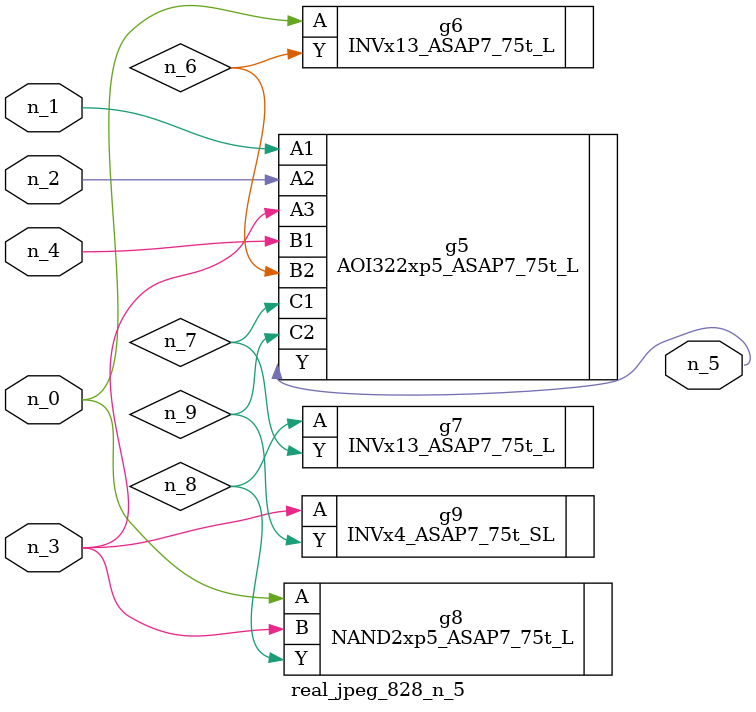
<source format=v>
module real_jpeg_828_n_5 (n_4, n_0, n_1, n_2, n_3, n_5);

input n_4;
input n_0;
input n_1;
input n_2;
input n_3;

output n_5;

wire n_8;
wire n_6;
wire n_7;
wire n_9;

INVx13_ASAP7_75t_L g6 ( 
.A(n_0),
.Y(n_6)
);

NAND2xp5_ASAP7_75t_L g8 ( 
.A(n_0),
.B(n_3),
.Y(n_8)
);

AOI322xp5_ASAP7_75t_L g5 ( 
.A1(n_1),
.A2(n_2),
.A3(n_3),
.B1(n_4),
.B2(n_6),
.C1(n_7),
.C2(n_9),
.Y(n_5)
);

INVx4_ASAP7_75t_SL g9 ( 
.A(n_3),
.Y(n_9)
);

INVx13_ASAP7_75t_L g7 ( 
.A(n_8),
.Y(n_7)
);


endmodule
</source>
